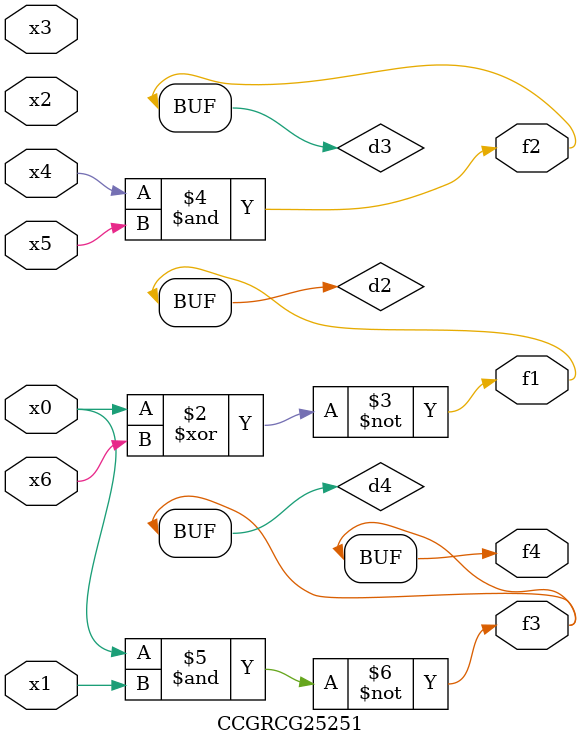
<source format=v>
module CCGRCG25251(
	input x0, x1, x2, x3, x4, x5, x6,
	output f1, f2, f3, f4
);

	wire d1, d2, d3, d4;

	nor (d1, x0);
	xnor (d2, x0, x6);
	and (d3, x4, x5);
	nand (d4, x0, x1);
	assign f1 = d2;
	assign f2 = d3;
	assign f3 = d4;
	assign f4 = d4;
endmodule

</source>
